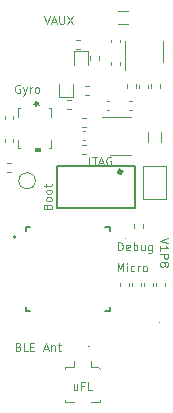
<source format=gbr>
%TF.GenerationSoftware,KiCad,Pcbnew,(6.0.11-0)*%
%TF.CreationDate,2023-03-16T18:41:31-05:00*%
%TF.ProjectId,STEP,53544550-2e6b-4696-9361-645f70636258,rev?*%
%TF.SameCoordinates,Original*%
%TF.FileFunction,Legend,Top*%
%TF.FilePolarity,Positive*%
%FSLAX46Y46*%
G04 Gerber Fmt 4.6, Leading zero omitted, Abs format (unit mm)*
G04 Created by KiCad (PCBNEW (6.0.11-0)) date 2023-03-16 18:41:31*
%MOMM*%
%LPD*%
G01*
G04 APERTURE LIST*
%ADD10C,0.100000*%
%ADD11C,0.150000*%
%ADD12C,0.120000*%
%ADD13C,0.127000*%
%ADD14C,0.300000*%
%ADD15C,0.200000*%
G04 APERTURE END LIST*
D10*
X97737666Y-127231000D02*
X97737666Y-127697666D01*
X97437666Y-127231000D02*
X97437666Y-127597666D01*
X97471000Y-127664333D01*
X97537666Y-127697666D01*
X97637666Y-127697666D01*
X97704333Y-127664333D01*
X97737666Y-127631000D01*
X98304333Y-127331000D02*
X98071000Y-127331000D01*
X98071000Y-127697666D02*
X98071000Y-126997666D01*
X98404333Y-126997666D01*
X99004333Y-127697666D02*
X98671000Y-127697666D01*
X98671000Y-126997666D01*
X95200000Y-112162333D02*
X95233333Y-112062333D01*
X95266666Y-112029000D01*
X95333333Y-111995666D01*
X95433333Y-111995666D01*
X95500000Y-112029000D01*
X95533333Y-112062333D01*
X95566666Y-112129000D01*
X95566666Y-112395666D01*
X94866666Y-112395666D01*
X94866666Y-112162333D01*
X94900000Y-112095666D01*
X94933333Y-112062333D01*
X95000000Y-112029000D01*
X95066666Y-112029000D01*
X95133333Y-112062333D01*
X95166666Y-112095666D01*
X95200000Y-112162333D01*
X95200000Y-112395666D01*
X95566666Y-111595666D02*
X95533333Y-111662333D01*
X95500000Y-111695666D01*
X95433333Y-111729000D01*
X95233333Y-111729000D01*
X95166666Y-111695666D01*
X95133333Y-111662333D01*
X95100000Y-111595666D01*
X95100000Y-111495666D01*
X95133333Y-111429000D01*
X95166666Y-111395666D01*
X95233333Y-111362333D01*
X95433333Y-111362333D01*
X95500000Y-111395666D01*
X95533333Y-111429000D01*
X95566666Y-111495666D01*
X95566666Y-111595666D01*
X95566666Y-110962333D02*
X95533333Y-111029000D01*
X95500000Y-111062333D01*
X95433333Y-111095666D01*
X95233333Y-111095666D01*
X95166666Y-111062333D01*
X95133333Y-111029000D01*
X95100000Y-110962333D01*
X95100000Y-110862333D01*
X95133333Y-110795666D01*
X95166666Y-110762333D01*
X95233333Y-110729000D01*
X95433333Y-110729000D01*
X95500000Y-110762333D01*
X95533333Y-110795666D01*
X95566666Y-110862333D01*
X95566666Y-110962333D01*
X95100000Y-110529000D02*
X95100000Y-110262333D01*
X94866666Y-110429000D02*
X95466666Y-110429000D01*
X95533333Y-110395666D01*
X95566666Y-110329000D01*
X95566666Y-110262333D01*
X98751333Y-107947666D02*
X98751333Y-108447666D01*
X98718000Y-108547666D01*
X98651333Y-108614333D01*
X98551333Y-108647666D01*
X98484666Y-108647666D01*
X98984666Y-107947666D02*
X99384666Y-107947666D01*
X99184666Y-108647666D02*
X99184666Y-107947666D01*
X99584666Y-108447666D02*
X99918000Y-108447666D01*
X99518000Y-108647666D02*
X99751333Y-107947666D01*
X99984666Y-108647666D01*
X100584666Y-107981000D02*
X100518000Y-107947666D01*
X100418000Y-107947666D01*
X100318000Y-107981000D01*
X100251333Y-108047666D01*
X100218000Y-108114333D01*
X100184666Y-108247666D01*
X100184666Y-108347666D01*
X100218000Y-108481000D01*
X100251333Y-108547666D01*
X100318000Y-108614333D01*
X100418000Y-108647666D01*
X100484666Y-108647666D01*
X100584666Y-108614333D01*
X100618000Y-108581000D01*
X100618000Y-108347666D01*
X100484666Y-108347666D01*
X101182666Y-115886666D02*
X101182666Y-115186666D01*
X101349333Y-115186666D01*
X101449333Y-115220000D01*
X101516000Y-115286666D01*
X101549333Y-115353333D01*
X101582666Y-115486666D01*
X101582666Y-115586666D01*
X101549333Y-115720000D01*
X101516000Y-115786666D01*
X101449333Y-115853333D01*
X101349333Y-115886666D01*
X101182666Y-115886666D01*
X102149333Y-115853333D02*
X102082666Y-115886666D01*
X101949333Y-115886666D01*
X101882666Y-115853333D01*
X101849333Y-115786666D01*
X101849333Y-115520000D01*
X101882666Y-115453333D01*
X101949333Y-115420000D01*
X102082666Y-115420000D01*
X102149333Y-115453333D01*
X102182666Y-115520000D01*
X102182666Y-115586666D01*
X101849333Y-115653333D01*
X102482666Y-115886666D02*
X102482666Y-115186666D01*
X102482666Y-115453333D02*
X102549333Y-115420000D01*
X102682666Y-115420000D01*
X102749333Y-115453333D01*
X102782666Y-115486666D01*
X102816000Y-115553333D01*
X102816000Y-115753333D01*
X102782666Y-115820000D01*
X102749333Y-115853333D01*
X102682666Y-115886666D01*
X102549333Y-115886666D01*
X102482666Y-115853333D01*
X103416000Y-115420000D02*
X103416000Y-115886666D01*
X103116000Y-115420000D02*
X103116000Y-115786666D01*
X103149333Y-115853333D01*
X103216000Y-115886666D01*
X103316000Y-115886666D01*
X103382666Y-115853333D01*
X103416000Y-115820000D01*
X104049333Y-115420000D02*
X104049333Y-115986666D01*
X104016000Y-116053333D01*
X103982666Y-116086666D01*
X103916000Y-116120000D01*
X103816000Y-116120000D01*
X103749333Y-116086666D01*
X104049333Y-115853333D02*
X103982666Y-115886666D01*
X103849333Y-115886666D01*
X103782666Y-115853333D01*
X103749333Y-115820000D01*
X103716000Y-115753333D01*
X103716000Y-115553333D01*
X103749333Y-115486666D01*
X103782666Y-115453333D01*
X103849333Y-115420000D01*
X103982666Y-115420000D01*
X104049333Y-115453333D01*
X101128666Y-117664666D02*
X101128666Y-116964666D01*
X101362000Y-117464666D01*
X101595333Y-116964666D01*
X101595333Y-117664666D01*
X101928666Y-117664666D02*
X101928666Y-117198000D01*
X101928666Y-116964666D02*
X101895333Y-116998000D01*
X101928666Y-117031333D01*
X101962000Y-116998000D01*
X101928666Y-116964666D01*
X101928666Y-117031333D01*
X102562000Y-117631333D02*
X102495333Y-117664666D01*
X102362000Y-117664666D01*
X102295333Y-117631333D01*
X102262000Y-117598000D01*
X102228666Y-117531333D01*
X102228666Y-117331333D01*
X102262000Y-117264666D01*
X102295333Y-117231333D01*
X102362000Y-117198000D01*
X102495333Y-117198000D01*
X102562000Y-117231333D01*
X102862000Y-117664666D02*
X102862000Y-117198000D01*
X102862000Y-117331333D02*
X102895333Y-117264666D01*
X102928666Y-117231333D01*
X102995333Y-117198000D01*
X103062000Y-117198000D01*
X103395333Y-117664666D02*
X103328666Y-117631333D01*
X103295333Y-117598000D01*
X103262000Y-117531333D01*
X103262000Y-117331333D01*
X103295333Y-117264666D01*
X103328666Y-117231333D01*
X103395333Y-117198000D01*
X103495333Y-117198000D01*
X103562000Y-117231333D01*
X103595333Y-117264666D01*
X103628666Y-117331333D01*
X103628666Y-117531333D01*
X103595333Y-117598000D01*
X103562000Y-117631333D01*
X103495333Y-117664666D01*
X103395333Y-117664666D01*
X92727666Y-124029000D02*
X92827666Y-124062333D01*
X92861000Y-124095666D01*
X92894333Y-124162333D01*
X92894333Y-124262333D01*
X92861000Y-124329000D01*
X92827666Y-124362333D01*
X92761000Y-124395666D01*
X92494333Y-124395666D01*
X92494333Y-123695666D01*
X92727666Y-123695666D01*
X92794333Y-123729000D01*
X92827666Y-123762333D01*
X92861000Y-123829000D01*
X92861000Y-123895666D01*
X92827666Y-123962333D01*
X92794333Y-123995666D01*
X92727666Y-124029000D01*
X92494333Y-124029000D01*
X93527666Y-124395666D02*
X93194333Y-124395666D01*
X93194333Y-123695666D01*
X93761000Y-124029000D02*
X93994333Y-124029000D01*
X94094333Y-124395666D02*
X93761000Y-124395666D01*
X93761000Y-123695666D01*
X94094333Y-123695666D01*
X94894333Y-124195666D02*
X95227666Y-124195666D01*
X94827666Y-124395666D02*
X95061000Y-123695666D01*
X95294333Y-124395666D01*
X95527666Y-123929000D02*
X95527666Y-124395666D01*
X95527666Y-123995666D02*
X95561000Y-123962333D01*
X95627666Y-123929000D01*
X95727666Y-123929000D01*
X95794333Y-123962333D01*
X95827666Y-124029000D01*
X95827666Y-124395666D01*
X96061000Y-123929000D02*
X96327666Y-123929000D01*
X96161000Y-123695666D02*
X96161000Y-124295666D01*
X96194333Y-124362333D01*
X96261000Y-124395666D01*
X96327666Y-124395666D01*
X92855333Y-101885000D02*
X92788666Y-101851666D01*
X92688666Y-101851666D01*
X92588666Y-101885000D01*
X92522000Y-101951666D01*
X92488666Y-102018333D01*
X92455333Y-102151666D01*
X92455333Y-102251666D01*
X92488666Y-102385000D01*
X92522000Y-102451666D01*
X92588666Y-102518333D01*
X92688666Y-102551666D01*
X92755333Y-102551666D01*
X92855333Y-102518333D01*
X92888666Y-102485000D01*
X92888666Y-102251666D01*
X92755333Y-102251666D01*
X93122000Y-102085000D02*
X93288666Y-102551666D01*
X93455333Y-102085000D02*
X93288666Y-102551666D01*
X93222000Y-102718333D01*
X93188666Y-102751666D01*
X93122000Y-102785000D01*
X93722000Y-102551666D02*
X93722000Y-102085000D01*
X93722000Y-102218333D02*
X93755333Y-102151666D01*
X93788666Y-102118333D01*
X93855333Y-102085000D01*
X93922000Y-102085000D01*
X94255333Y-102551666D02*
X94188666Y-102518333D01*
X94155333Y-102485000D01*
X94122000Y-102418333D01*
X94122000Y-102218333D01*
X94155333Y-102151666D01*
X94188666Y-102118333D01*
X94255333Y-102085000D01*
X94355333Y-102085000D01*
X94422000Y-102118333D01*
X94455333Y-102151666D01*
X94488666Y-102218333D01*
X94488666Y-102418333D01*
X94455333Y-102485000D01*
X94422000Y-102518333D01*
X94355333Y-102551666D01*
X94255333Y-102551666D01*
X105412333Y-114828000D02*
X104712333Y-115061333D01*
X105412333Y-115294666D01*
X104712333Y-115894666D02*
X104712333Y-115494666D01*
X104712333Y-115694666D02*
X105412333Y-115694666D01*
X105312333Y-115628000D01*
X105245666Y-115561333D01*
X105212333Y-115494666D01*
X104712333Y-116194666D02*
X105412333Y-116194666D01*
X105412333Y-116461333D01*
X105379000Y-116528000D01*
X105345666Y-116561333D01*
X105279000Y-116594666D01*
X105179000Y-116594666D01*
X105112333Y-116561333D01*
X105079000Y-116528000D01*
X105045666Y-116461333D01*
X105045666Y-116194666D01*
X105112333Y-116994666D02*
X105145666Y-116928000D01*
X105179000Y-116894666D01*
X105245666Y-116861333D01*
X105279000Y-116861333D01*
X105345666Y-116894666D01*
X105379000Y-116928000D01*
X105412333Y-116994666D01*
X105412333Y-117128000D01*
X105379000Y-117194666D01*
X105345666Y-117228000D01*
X105279000Y-117261333D01*
X105245666Y-117261333D01*
X105179000Y-117228000D01*
X105145666Y-117194666D01*
X105112333Y-117128000D01*
X105112333Y-116994666D01*
X105079000Y-116928000D01*
X105045666Y-116894666D01*
X104979000Y-116861333D01*
X104845666Y-116861333D01*
X104779000Y-116894666D01*
X104745666Y-116928000D01*
X104712333Y-116994666D01*
X104712333Y-117128000D01*
X104745666Y-117194666D01*
X104779000Y-117228000D01*
X104845666Y-117261333D01*
X104979000Y-117261333D01*
X105045666Y-117228000D01*
X105079000Y-117194666D01*
X105112333Y-117128000D01*
X94905666Y-96009666D02*
X95139000Y-96709666D01*
X95372333Y-96009666D01*
X95572333Y-96509666D02*
X95905666Y-96509666D01*
X95505666Y-96709666D02*
X95739000Y-96009666D01*
X95972333Y-96709666D01*
X96205666Y-96009666D02*
X96205666Y-96576333D01*
X96239000Y-96643000D01*
X96272333Y-96676333D01*
X96339000Y-96709666D01*
X96472333Y-96709666D01*
X96539000Y-96676333D01*
X96572333Y-96643000D01*
X96605666Y-96576333D01*
X96605666Y-96009666D01*
X96872333Y-96009666D02*
X97339000Y-96709666D01*
X97339000Y-96009666D02*
X96872333Y-96709666D01*
D11*
%TO.C,U1*%
X94067380Y-103454200D02*
X94305476Y-103454200D01*
X94210238Y-103692295D02*
X94305476Y-103454200D01*
X94210238Y-103216104D01*
X94495952Y-103597057D02*
X94305476Y-103454200D01*
X94495952Y-103311342D01*
D12*
%TO.C,R5*%
X102490000Y-113945641D02*
X102490000Y-113638359D01*
X103250000Y-113945641D02*
X103250000Y-113638359D01*
D13*
%TO.C,J2*%
X102616000Y-112268000D02*
X102616000Y-108712000D01*
X102616000Y-108712000D02*
X96012000Y-108712000D01*
X96012000Y-108712000D02*
X96012000Y-112268000D01*
X96012000Y-112268000D02*
X102616000Y-112268000D01*
D14*
X101496000Y-109220000D02*
G75*
G03*
X101496000Y-109220000I-150000J0D01*
G01*
D12*
%TO.C,U5*%
X97471000Y-125754000D02*
X97471000Y-125254000D01*
X98871000Y-125754000D02*
X98871000Y-125254000D01*
X96671000Y-125954000D02*
X96671000Y-125754000D01*
X96671000Y-125754000D02*
X97471000Y-125754000D01*
X97471000Y-128754000D02*
X96671000Y-128754000D01*
X98871000Y-125754000D02*
X99471000Y-125754000D01*
X99671000Y-128754000D02*
X98871000Y-128754000D01*
X99671000Y-128554000D02*
X99671000Y-128754000D01*
X99471000Y-125754000D02*
X99671000Y-125954000D01*
X96671000Y-128754000D02*
X96671000Y-128554000D01*
%TO.C,U1*%
G36*
X94547500Y-107492800D02*
G01*
X94166499Y-107492800D01*
X94166499Y-107238800D01*
X94547500Y-107238800D01*
X94547500Y-107492800D01*
G37*
D10*
X94547500Y-107492800D02*
X94166499Y-107492800D01*
X94166499Y-107238800D01*
X94547500Y-107238800D01*
X94547500Y-107492800D01*
D12*
X95529400Y-104579987D02*
X95529400Y-103860600D01*
X95314015Y-107213400D02*
X95529400Y-107213400D01*
X92684600Y-106494013D02*
X92684600Y-107213400D01*
X92899985Y-103860600D02*
X92684600Y-103860600D01*
X95529400Y-103860600D02*
X95314015Y-103860600D01*
X95529400Y-107213400D02*
X95529400Y-106494013D01*
X92684600Y-107213400D02*
X92899985Y-107213400D01*
X92684600Y-103860600D02*
X92684600Y-104579987D01*
%TO.C,AE1*%
X98605340Y-124074791D02*
G75*
G03*
X98605340Y-123987209I62360J43791D01*
G01*
D10*
%TO.C,Y1*%
X104682000Y-122009000D02*
G75*
G03*
X104682000Y-122009000I-50000J0D01*
G01*
D12*
%TO.C,U7*%
X104960000Y-99960000D02*
X104960000Y-98160000D01*
X101740000Y-98160000D02*
X101740000Y-100610000D01*
D15*
%TO.C,U4*%
X92506000Y-114725000D02*
G75*
G03*
X92506000Y-114725000I-100000J0D01*
G01*
D13*
X100451000Y-121025000D02*
X100106000Y-121025000D01*
X100451000Y-113925000D02*
X100106000Y-113925000D01*
X93351000Y-121025000D02*
X93696000Y-121025000D01*
X93351000Y-113925000D02*
X93696000Y-113925000D01*
X100451000Y-121025000D02*
X100451000Y-120680000D01*
X100451000Y-113925000D02*
X100451000Y-114270000D01*
X93351000Y-121025000D02*
X93351000Y-120680000D01*
X93351000Y-113925000D02*
X93351000Y-114270000D01*
D12*
%TO.C,U3*%
X100455000Y-107782000D02*
X102255000Y-107782000D01*
X102255000Y-104562000D02*
X99805000Y-104562000D01*
%TO.C,TP3*%
X94172000Y-109982000D02*
G75*
G03*
X94172000Y-109982000I-700000J0D01*
G01*
%TO.C,R16*%
X98460641Y-107695000D02*
X98153359Y-107695000D01*
X98460641Y-106935000D02*
X98153359Y-106935000D01*
%TO.C,R15*%
X98153359Y-104649000D02*
X98460641Y-104649000D01*
X98153359Y-105409000D02*
X98460641Y-105409000D01*
%TO.C,R14*%
X104746000Y-101827359D02*
X104746000Y-102134641D01*
X103986000Y-101827359D02*
X103986000Y-102134641D01*
%TO.C,R13*%
X101954000Y-102136641D02*
X101954000Y-101829359D01*
X102714000Y-102136641D02*
X102714000Y-101829359D01*
%TO.C,R12*%
X97181641Y-103885000D02*
X96874359Y-103885000D01*
X97181641Y-103125000D02*
X96874359Y-103125000D01*
%TO.C,R11*%
X97634359Y-98045000D02*
X97941641Y-98045000D01*
X97634359Y-98805000D02*
X97941641Y-98805000D01*
%TO.C,R10*%
X91794359Y-108459000D02*
X92101641Y-108459000D01*
X91794359Y-109219000D02*
X92101641Y-109219000D01*
%TO.C,R9*%
X98396359Y-101982000D02*
X98703641Y-101982000D01*
X98396359Y-102742000D02*
X98703641Y-102742000D01*
%TO.C,R7*%
X98803000Y-99723641D02*
X98803000Y-99416359D01*
X99563000Y-99723641D02*
X99563000Y-99416359D01*
%TO.C,R6*%
X103267000Y-108709000D02*
X105267000Y-108709000D01*
X103267000Y-111509000D02*
X103267000Y-108709000D01*
X105267000Y-111509000D02*
X103267000Y-111509000D01*
X105267000Y-108709000D02*
X105267000Y-111509000D01*
%TO.C,Q3*%
X97384000Y-102918000D02*
X96164000Y-102918000D01*
X97384000Y-101758000D02*
X97384000Y-102918000D01*
X96164000Y-102918000D02*
X96164000Y-101758000D01*
%TO.C,Q2*%
X97432000Y-99012000D02*
X98652000Y-99012000D01*
X97432000Y-100172000D02*
X97432000Y-99012000D01*
X98652000Y-99012000D02*
X98652000Y-100172000D01*
%TO.C,L2*%
X101982242Y-95579000D02*
X101161758Y-95579000D01*
X101982242Y-96699000D02*
X101161758Y-96699000D01*
%TO.C,L1*%
X104836000Y-105888758D02*
X104836000Y-106709242D01*
X103716000Y-105888758D02*
X103716000Y-106709242D01*
D10*
%TO.C,D1*%
X101777000Y-114882000D02*
G75*
G03*
X101777000Y-114882000I-50000J0D01*
G01*
D12*
%TO.C,C20*%
X98199164Y-106532000D02*
X98414836Y-106532000D01*
X98199164Y-105812000D02*
X98414836Y-105812000D01*
%TO.C,C19*%
X103710000Y-102088836D02*
X103710000Y-101873164D01*
X102990000Y-102088836D02*
X102990000Y-101873164D01*
%TO.C,C18*%
X101297000Y-98035164D02*
X101297000Y-98250836D01*
X100577000Y-98035164D02*
X100577000Y-98250836D01*
%TO.C,C15*%
X101297000Y-100183836D02*
X101297000Y-99968164D01*
X100577000Y-100183836D02*
X100577000Y-99968164D01*
%TO.C,C14*%
X101367000Y-118637164D02*
X101367000Y-118852836D01*
X102087000Y-118637164D02*
X102087000Y-118852836D01*
%TO.C,C12*%
X102383000Y-118637164D02*
X102383000Y-118852836D01*
X103103000Y-118637164D02*
X103103000Y-118852836D01*
%TO.C,C10*%
X103399000Y-118637164D02*
X103399000Y-118852836D01*
X104119000Y-118637164D02*
X104119000Y-118852836D01*
%TO.C,C9*%
X104415000Y-118637164D02*
X104415000Y-118852836D01*
X105135000Y-118637164D02*
X105135000Y-118852836D01*
%TO.C,C5*%
X102351836Y-103272000D02*
X102136164Y-103272000D01*
X102351836Y-103992000D02*
X102136164Y-103992000D01*
%TO.C,C4*%
X92308000Y-106660836D02*
X92308000Y-106445164D01*
X91588000Y-106660836D02*
X91588000Y-106445164D01*
%TO.C,C3*%
X91588000Y-104540164D02*
X91588000Y-104755836D01*
X92308000Y-104540164D02*
X92308000Y-104755836D01*
%TO.C,C1*%
X100231164Y-103992000D02*
X100446836Y-103992000D01*
X100231164Y-103272000D02*
X100446836Y-103272000D01*
%TD*%
M02*

</source>
